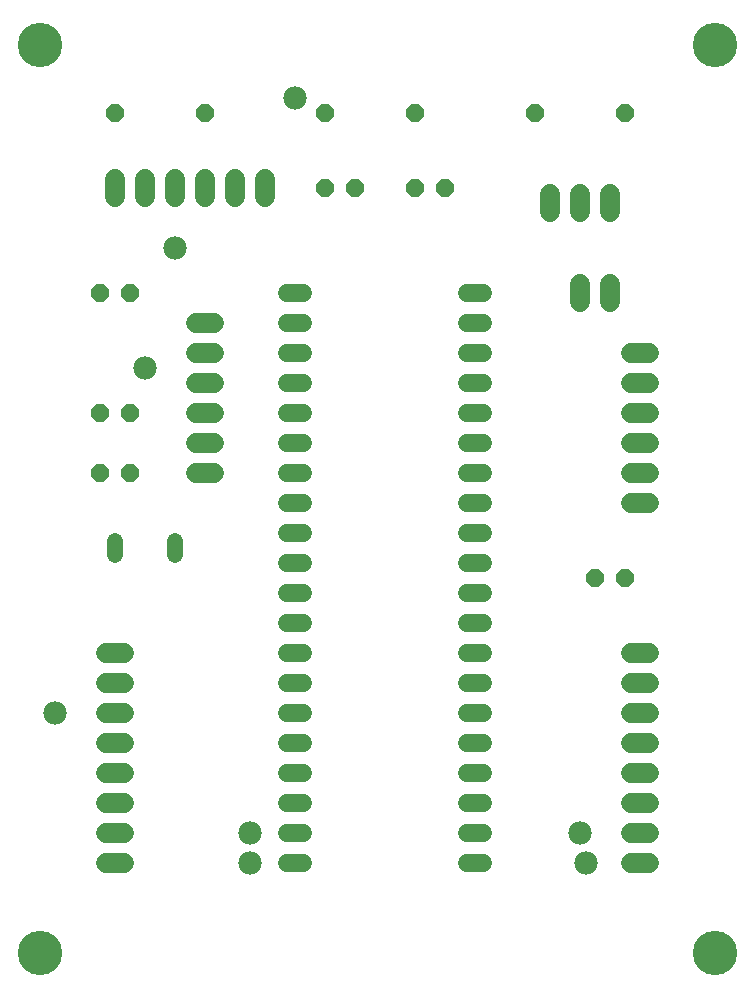
<source format=gbr>
G04 EAGLE Gerber RS-274X export*
G75*
%MOMM*%
%FSLAX34Y34*%
%LPD*%
%INSoldermask Bottom*%
%IPPOS*%
%AMOC8*
5,1,8,0,0,1.08239X$1,22.5*%
G01*
%ADD10C,3.759200*%
%ADD11P,1.649562X8X22.500000*%
%ADD12C,1.727200*%
%ADD13C,1.524000*%
%ADD14P,1.649562X8X202.500000*%
%ADD15C,1.320800*%
%ADD16C,1.981200*%


D10*
X38100Y806450D03*
X609600Y806450D03*
X609600Y38100D03*
X38100Y38100D03*
D11*
X88900Y495300D03*
X114300Y495300D03*
X88900Y444500D03*
X114300Y444500D03*
X355600Y685800D03*
X381000Y685800D03*
X279400Y685800D03*
X304800Y685800D03*
D12*
X469900Y680720D02*
X469900Y665480D01*
X495300Y665480D02*
X495300Y680720D01*
X520700Y680720D02*
X520700Y665480D01*
D13*
X260604Y596900D02*
X247396Y596900D01*
X247396Y571500D02*
X260604Y571500D01*
X260604Y546100D02*
X247396Y546100D01*
X247396Y520700D02*
X260604Y520700D01*
X260604Y495300D02*
X247396Y495300D01*
X247396Y469900D02*
X260604Y469900D01*
X260604Y444500D02*
X247396Y444500D01*
X247396Y419100D02*
X260604Y419100D01*
X260604Y393700D02*
X247396Y393700D01*
X247396Y368300D02*
X260604Y368300D01*
X260604Y342900D02*
X247396Y342900D01*
X247396Y317500D02*
X260604Y317500D01*
X260604Y292100D02*
X247396Y292100D01*
X247396Y266700D02*
X260604Y266700D01*
X260604Y241300D02*
X247396Y241300D01*
X247396Y215900D02*
X260604Y215900D01*
X260604Y190500D02*
X247396Y190500D01*
X247396Y165100D02*
X260604Y165100D01*
X260604Y139700D02*
X247396Y139700D01*
X247396Y114300D02*
X260604Y114300D01*
X399796Y114300D02*
X413004Y114300D01*
X413004Y139700D02*
X399796Y139700D01*
X399796Y165100D02*
X413004Y165100D01*
X413004Y190500D02*
X399796Y190500D01*
X399796Y215900D02*
X413004Y215900D01*
X413004Y241300D02*
X399796Y241300D01*
X399796Y266700D02*
X413004Y266700D01*
X413004Y292100D02*
X399796Y292100D01*
X399796Y317500D02*
X413004Y317500D01*
X413004Y342900D02*
X399796Y342900D01*
X399796Y368300D02*
X413004Y368300D01*
X413004Y393700D02*
X399796Y393700D01*
X399796Y419100D02*
X413004Y419100D01*
X413004Y444500D02*
X399796Y444500D01*
X399796Y469900D02*
X413004Y469900D01*
X413004Y495300D02*
X399796Y495300D01*
X399796Y520700D02*
X413004Y520700D01*
X413004Y546100D02*
X399796Y546100D01*
X399796Y571500D02*
X413004Y571500D01*
X413004Y596900D02*
X399796Y596900D01*
D12*
X538480Y419100D02*
X553720Y419100D01*
X553720Y444500D02*
X538480Y444500D01*
X538480Y469900D02*
X553720Y469900D01*
X553720Y495300D02*
X538480Y495300D01*
X538480Y520700D02*
X553720Y520700D01*
X553720Y546100D02*
X538480Y546100D01*
X538480Y114300D02*
X553720Y114300D01*
X553720Y139700D02*
X538480Y139700D01*
X538480Y165100D02*
X553720Y165100D01*
X553720Y190500D02*
X538480Y190500D01*
X538480Y215900D02*
X553720Y215900D01*
X553720Y241300D02*
X538480Y241300D01*
X538480Y266700D02*
X553720Y266700D01*
X553720Y292100D02*
X538480Y292100D01*
X109220Y292100D02*
X93980Y292100D01*
X93980Y266700D02*
X109220Y266700D01*
X109220Y241300D02*
X93980Y241300D01*
X93980Y215900D02*
X109220Y215900D01*
X109220Y190500D02*
X93980Y190500D01*
X93980Y165100D02*
X109220Y165100D01*
X109220Y139700D02*
X93980Y139700D01*
X93980Y114300D02*
X109220Y114300D01*
X101600Y678180D02*
X101600Y693420D01*
X127000Y693420D02*
X127000Y678180D01*
X152400Y678180D02*
X152400Y693420D01*
X177800Y693420D02*
X177800Y678180D01*
X203200Y678180D02*
X203200Y693420D01*
X228600Y693420D02*
X228600Y678180D01*
X495300Y604520D02*
X495300Y589280D01*
X520700Y589280D02*
X520700Y604520D01*
X185420Y571500D02*
X170180Y571500D01*
X170180Y546100D02*
X185420Y546100D01*
X185420Y520700D02*
X170180Y520700D01*
X170180Y495300D02*
X185420Y495300D01*
X185420Y469900D02*
X170180Y469900D01*
X170180Y444500D02*
X185420Y444500D01*
D14*
X114300Y596900D03*
X88900Y596900D03*
X533400Y355600D03*
X508000Y355600D03*
D15*
X101600Y375412D02*
X101600Y386588D01*
X152400Y386588D02*
X152400Y375412D01*
D14*
X177800Y749300D03*
X101600Y749300D03*
X355600Y749300D03*
X279400Y749300D03*
X533400Y749300D03*
X457200Y749300D03*
D16*
X215900Y139700D03*
X500634Y114300D03*
X215900Y114300D03*
X495352Y139648D03*
X50800Y241300D03*
X254052Y762052D03*
X127000Y533400D03*
X152452Y635052D03*
M02*

</source>
